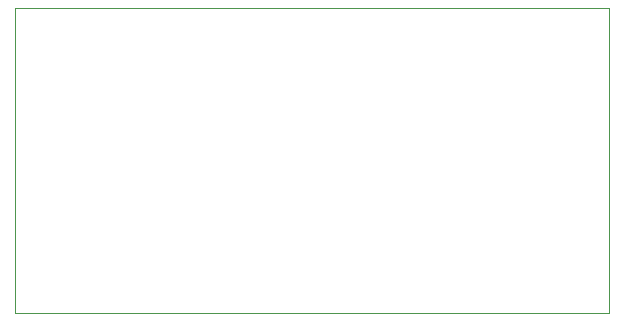
<source format=gbr>
G04 #@! TF.FileFunction,Profile,NP*
%FSLAX46Y46*%
G04 Gerber Fmt 4.6, Leading zero omitted, Abs format (unit mm)*
G04 Created by KiCad (PCBNEW 0.201503110816+5502~22~ubuntu14.10.1-product) date St 11. březen 2015, 18:04:12 CET*
%MOMM*%
G01*
G04 APERTURE LIST*
%ADD10C,0.100000*%
G04 APERTURE END LIST*
D10*
X107672600Y-35285800D02*
X157960600Y-35285800D01*
X157960600Y-61061600D02*
X157960600Y-35285800D01*
X107672600Y-61061600D02*
X157960600Y-61061600D01*
X107672600Y-35285800D02*
X107672600Y-61061600D01*
M02*

</source>
